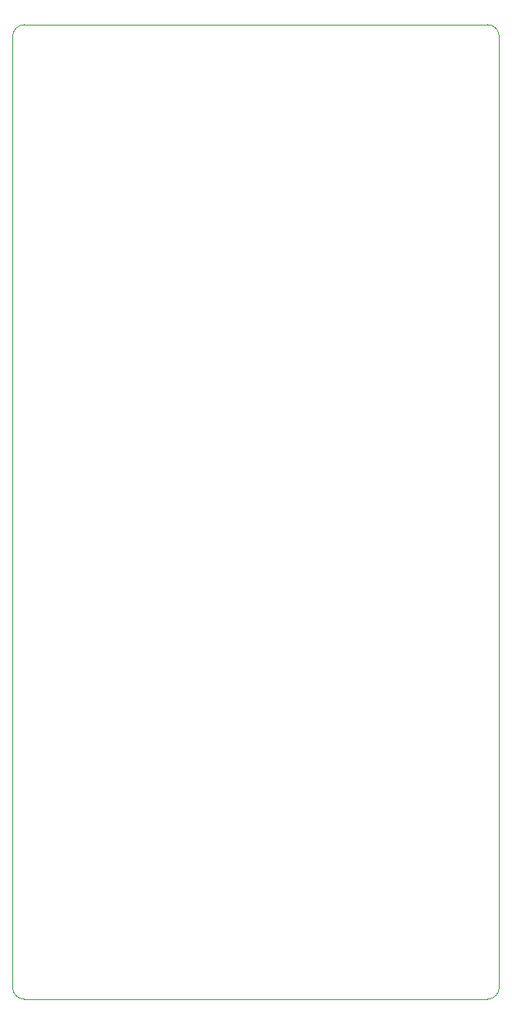
<source format=gm1>
G04 #@! TF.GenerationSoftware,KiCad,Pcbnew,(6.0.0)*
G04 #@! TF.CreationDate,2022-08-09T16:31:54+02:00*
G04 #@! TF.ProjectId,FG-VCO-(interface),46472d56-434f-42d2-9869-6e7465726661,rev?*
G04 #@! TF.SameCoordinates,Original*
G04 #@! TF.FileFunction,Profile,NP*
%FSLAX46Y46*%
G04 Gerber Fmt 4.6, Leading zero omitted, Abs format (unit mm)*
G04 Created by KiCad (PCBNEW (6.0.0)) date 2022-08-09 16:31:54*
%MOMM*%
%LPD*%
G01*
G04 APERTURE LIST*
G04 #@! TA.AperFunction,Profile*
%ADD10C,0.100000*%
G04 #@! TD*
G04 APERTURE END LIST*
D10*
X52070000Y-106680000D02*
X1270000Y-106680000D01*
X0Y-105410000D02*
G75*
G03*
X1270000Y-106680000I1269999J-1D01*
G01*
X53340000Y-1270000D02*
G75*
G03*
X52070000Y0I-1269999J1D01*
G01*
X52070000Y-106680000D02*
G75*
G03*
X53340000Y-105410000I1J1269999D01*
G01*
X1270000Y-106680000D02*
X1270000Y-106680000D01*
X0Y-105410000D02*
X0Y-1270000D01*
X1270000Y0D02*
X52070000Y0D01*
X0Y-1270000D02*
X0Y-1270000D01*
X1270000Y0D02*
G75*
G03*
X0Y-1270000I-1J-1269999D01*
G01*
X53340000Y-1270000D02*
X53340000Y-105410000D01*
X52070000Y0D02*
X52070000Y0D01*
M02*

</source>
